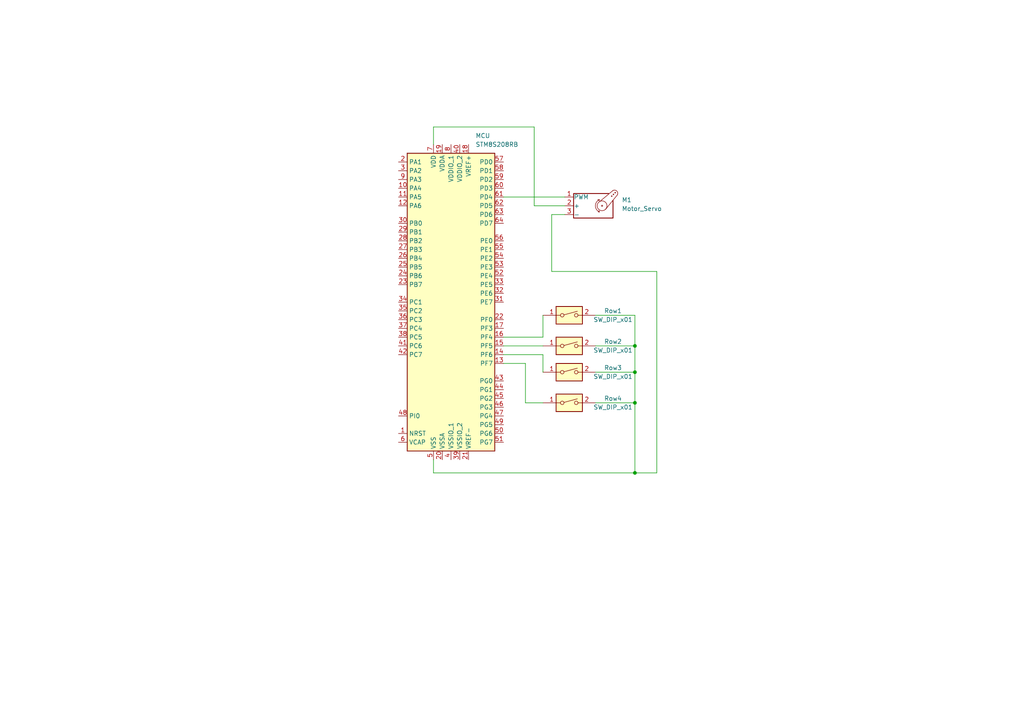
<source format=kicad_sch>
(kicad_sch (version 20211123) (generator eeschema)
  (paper "A4")
  (lib_symbols
    (symbol "MCU_ST_STM8:STM8S208RB"
      (property "Reference" "U" (at 13.97 48.26 0))
      (property "Value" "STM8S208RB" (at 13.97 45.72 0))
      (symbol "STM8S208RB_0_1"
        (rectangle (start 12.7 43.18) (end -12.7 -43.18) (stroke (width 0.254)) (fill (type background)))
      )
      (symbol "STM8S208RB_1_1"
        (pin input line (at -15.24 -38.1 0) (length 2.54) (name "NRST") (number "1"))
        (pin bidirectional line (at -15.24 33.02 0) (length 2.54) (name "PA4") (number "10"))
        (pin bidirectional line (at -15.24 30.48 0) (length 2.54) (name "PA5") (number "11"))
        (pin bidirectional line (at -15.24 27.94 0) (length 2.54) (name "PA6") (number "12"))
        (pin bidirectional line (at 15.24 -17.78 180) (length 2.54) (name "PF7") (number "13"))
        (pin bidirectional line (at 15.24 -15.24 180) (length 2.54) (name "PF6") (number "14"))
        (pin bidirectional line (at 15.24 -12.7 180) (length 2.54) (name "PF5") (number "15"))
        (pin bidirectional line (at 15.24 -10.16 180) (length 2.54) (name "PF4") (number "16"))
        (pin bidirectional line (at 15.24 -7.62 180) (length 2.54) (name "PF3") (number "17"))
        (pin power_in line (at 5.08 45.72 270) (length 2.54) (name "VREF+") (number "18"))
        (pin power_in line (at -2.54 45.72 270) (length 2.54) (name "VDDA") (number "19"))
        (pin bidirectional line (at -15.24 40.64 0) (length 2.54) (name "PA1") (number "2"))
        (pin power_in line (at -2.54 -45.72 90) (length 2.54) (name "VSSA") (number "20"))
        (pin power_in line (at 5.08 -45.72 90) (length 2.54) (name "VREF-") (number "21"))
        (pin bidirectional line (at 15.24 -5.08 180) (length 2.54) (name "PF0") (number "22"))
        (pin bidirectional line (at -15.24 5.08 0) (length 2.54) (name "PB7") (number "23"))
        (pin bidirectional line (at -15.24 7.62 0) (length 2.54) (name "PB6") (number "24"))
        (pin bidirectional line (at -15.24 10.16 0) (length 2.54) (name "PB5") (number "25"))
        (pin bidirectional line (at -15.24 12.7 0) (length 2.54) (name "PB4") (number "26"))
        (pin bidirectional line (at -15.24 15.24 0) (length 2.54) (name "PB3") (number "27"))
        (pin bidirectional line (at -15.24 17.78 0) (length 2.54) (name "PB2") (number "28"))
        (pin bidirectional line (at -15.24 20.32 0) (length 2.54) (name "PB1") (number "29"))
        (pin bidirectional line (at -15.24 38.1 0) (length 2.54) (name "PA2") (number "3"))
        (pin bidirectional line (at -15.24 22.86 0) (length 2.54) (name "PB0") (number "30"))
        (pin bidirectional line (at 15.24 0 180) (length 2.54) (name "PE7") (number "31"))
        (pin bidirectional line (at 15.24 2.54 180) (length 2.54) (name "PE6") (number "32"))
        (pin bidirectional line (at 15.24 5.08 180) (length 2.54) (name "PE5") (number "33"))
        (pin bidirectional line (at -15.24 0 0) (length 2.54) (name "PC1") (number "34"))
        (pin bidirectional line (at -15.24 -2.54 0) (length 2.54) (name "PC2") (number "35"))
        (pin bidirectional line (at -15.24 -5.08 0) (length 2.54) (name "PC3") (number "36"))
        (pin bidirectional line (at -15.24 -7.62 0) (length 2.54) (name "PC4") (number "37"))
        (pin bidirectional line (at -15.24 -10.16 0) (length 2.54) (name "PC5") (number "38"))
        (pin power_in line (at 2.54 -45.72 90) (length 2.54) (name "VSSIO_2") (number "39"))
        (pin power_in line (at 0 -45.72 90) (length 2.54) (name "VSSIO_1") (number "4"))
        (pin power_in line (at 2.54 45.72 270) (length 2.54) (name "VDDIO_2") (number "40"))
        (pin bidirectional line (at -15.24 -12.7 0) (length 2.54) (name "PC6") (number "41"))
        (pin bidirectional line (at -15.24 -15.24 0) (length 2.54) (name "PC7") (number "42"))
        (pin bidirectional line (at 15.24 -22.86 180) (length 2.54) (name "PG0") (number "43"))
        (pin bidirectional line (at 15.24 -25.4 180) (length 2.54) (name "PG1") (number "44"))
        (pin bidirectional line (at 15.24 -27.94 180) (length 2.54) (name "PG2") (number "45"))
        (pin bidirectional line (at 15.24 -30.48 180) (length 2.54) (name "PG3") (number "46"))
        (pin bidirectional line (at 15.24 -33.02 180) (length 2.54) (name "PG4") (number "47"))
        (pin bidirectional line (at -15.24 -33.02 0) (length 2.54) (name "PI0") (number "48"))
        (pin bidirectional line (at 15.24 -35.56 180) (length 2.54) (name "PG5") (number "49"))
        (pin power_in line (at -5.08 -45.72 90) (length 2.54) (name "VSS") (number "5"))
        (pin bidirectional line (at 15.24 -38.1 180) (length 2.54) (name "PG6") (number "50"))
        (pin bidirectional line (at 15.24 -40.64 180) (length 2.54) (name "PG7") (number "51"))
        (pin bidirectional line (at 15.24 7.62 180) (length 2.54) (name "PE4") (number "52"))
        (pin bidirectional line (at 15.24 10.16 180) (length 2.54) (name "PE3") (number "53"))
        (pin bidirectional line (at 15.24 12.7 180) (length 2.54) (name "PE2") (number "54"))
        (pin bidirectional line (at 15.24 15.24 180) (length 2.54) (name "PE1") (number "55"))
        (pin bidirectional line (at 15.24 17.78 180) (length 2.54) (name "PE0") (number "56"))
        (pin bidirectional line (at 15.24 40.64 180) (length 2.54) (name "PD0") (number "57"))
        (pin bidirectional line (at 15.24 38.1 180) (length 2.54) (name "PD1") (number "58"))
        (pin bidirectional line (at 15.24 35.56 180) (length 2.54) (name "PD2") (number "59"))
        (pin input line (at -15.24 -40.64 0) (length 2.54) (name "VCAP") (number "6"))
        (pin bidirectional line (at 15.24 33.02 180) (length 2.54) (name "PD3") (number "60"))
        (pin bidirectional line (at 15.24 30.48 180) (length 2.54) (name "PD4") (number "61"))
        (pin bidirectional line (at 15.24 27.94 180) (length 2.54) (name "PD5") (number "62"))
        (pin bidirectional line (at 15.24 25.4 180) (length 2.54) (name "PD6") (number "63"))
        (pin bidirectional line (at 15.24 22.86 180) (length 2.54) (name "PD7") (number "64"))
        (pin power_in line (at -5.08 45.72 270) (length 2.54) (name "VDD") (number "7"))
        (pin power_in line (at 0 45.72 270) (length 2.54) (name "VDDIO_1") (number "8"))
        (pin bidirectional line (at -15.24 35.56 0) (length 2.54) (name "PA3") (number "9"))
      )
    )
    (symbol "Motor:Motor_Servo" (pin_names (offset 0.0254))
      (property "Reference" "M" (at -5.08 4.445 0))
      (property "Value" "Motor_Servo" (at -5.08 -4.064 0))
      (symbol "Motor_Servo_0_1"
        (polyline (pts (xy 2.413 -1.778) (xy 2.032 -1.778)))
        (polyline (pts (xy 2.413 -1.778) (xy 2.286 -1.397)))
        (polyline (pts (xy 2.413 1.778) (xy 1.905 1.778)))
        (polyline (pts (xy 2.413 1.778) (xy 2.286 1.397)))
        (polyline (pts (xy 6.35 4.445) (xy 2.54 1.27)))
        (polyline (pts (xy 7.62 3.175) (xy 4.191 -1.016)))
        (polyline (pts (xy 5.08 3.556) (xy -5.08 3.556) (xy -5.08 -3.556) (xy 6.35 -3.556) (xy 6.35 1.524)) (stroke (width 0.254)))
        (arc (start 2.413 1.778) (mid 1.2406 0) (end 2.413 -1.778))
        (circle (center 3.175 0) (radius 0.1778))
        (circle (center 3.175 0) (radius 1.4224))
        (circle (center 5.969 2.794) (radius 0.127))
        (circle (center 6.477 3.302) (radius 0.127))
        (circle (center 6.985 3.81) (radius 0.127))
        (arc (start 7.62 3.175) (mid 7.4485 4.2735) (end 6.35 4.445))
      )
      (symbol "Motor_Servo_1_1"
        (pin passive line (at -7.62 2.54 0) (length 2.54) (name "PWM") (number "1"))
        (pin passive line (at -7.62 0 0) (length 2.54) (name "+") (number "2"))
        (pin passive line (at -7.62 -2.54 0) (length 2.54) (name "-") (number "3"))
      )
    )
    (symbol "Switch:SW_DIP_x01" (pin_names (offset 0) hide)
      (property "Reference" "SW" (at 0 3.81 0))
      (property "Value" "SW_DIP_x01" (at 0 -3.81 0))
      (symbol "SW_DIP_x01_0_0"
        (circle (center -2.032 0) (radius 0.508))
        (polyline (pts (xy -1.524 0.127) (xy 2.3622 1.1684)))
        (circle (center 2.032 0) (radius 0.508))
      )
      (symbol "SW_DIP_x01_0_1"
        (rectangle (start -3.81 2.54) (end 3.81 -2.54) (stroke (width 0.254)) (fill (type background)))
      )
      (symbol "SW_DIP_x01_1_1"
        (pin passive line (at -7.62 0 0) (length 5.08) (name "~") (number "1"))
        (pin passive line (at 7.62 0 180) (length 5.08) (name "~") (number "2"))
      )
    )
  )
  (junction (at 184.15 116.84))
  (junction (at 184.15 100.33))
  (junction (at 184.15 137.16))
  (junction (at 184.15 107.95))
  (wire (pts (xy 172.72 100.33) (xy 184.15 100.33)))
  (wire (pts (xy 154.94 59.69) (xy 154.94 36.83)))
  (wire (pts (xy 157.48 91.44) (xy 157.48 97.79)))
  (wire (pts (xy 184.15 107.95) (xy 184.15 116.84)))
  (wire (pts (xy 172.72 91.44) (xy 184.15 91.44)))
  (wire (pts (xy 146.05 105.41) (xy 152.4 105.41)))
  (wire (pts (xy 157.48 116.84) (xy 152.4 116.84)))
  (wire (pts (xy 190.5 137.16) (xy 184.15 137.16)))
  (wire (pts (xy 146.05 102.87) (xy 157.48 102.87)))
  (wire (pts (xy 160.02 78.74) (xy 190.5 78.74)))
  (wire (pts (xy 163.83 62.23) (xy 160.02 62.23)))
  (wire (pts (xy 184.15 116.84) (xy 184.15 137.16)))
  (wire (pts (xy 172.72 116.84) (xy 184.15 116.84)))
  (wire (pts (xy 125.73 133.35) (xy 125.73 137.16)))
  (wire (pts (xy 152.4 105.41) (xy 152.4 116.84)))
  (wire (pts (xy 125.73 137.16) (xy 184.15 137.16)))
  (wire (pts (xy 184.15 100.33) (xy 184.15 107.95)))
  (wire (pts (xy 157.48 107.95) (xy 157.48 102.87)))
  (wire (pts (xy 146.05 100.33) (xy 157.48 100.33)))
  (wire (pts (xy 154.94 36.83) (xy 125.73 36.83)))
  (wire (pts (xy 160.02 62.23) (xy 160.02 78.74)))
  (wire (pts (xy 125.73 36.83) (xy 125.73 41.91)))
  (wire (pts (xy 184.15 91.44) (xy 184.15 100.33)))
  (wire (pts (xy 146.05 97.79) (xy 157.48 97.79)))
  (wire (pts (xy 172.72 107.95) (xy 184.15 107.95)))
  (wire (pts (xy 190.5 78.74) (xy 190.5 137.16)))
  (wire (pts (xy 146.05 57.15) (xy 163.83 57.15)))
  (wire (pts (xy 163.83 59.69) (xy 154.94 59.69)))
  (symbol (lib_id "Switch:SW_DIP_x01") (at 165.1 100.33 0) (unit 1)
    (property "Reference" "Row2" (at 177.8 99.06 0))
    (property "Value" "SW_DIP_x01" (at 177.8 101.6 0))
  )
  (symbol (lib_id "Switch:SW_DIP_x01") (at 165.1 116.84 0) (unit 1)
    (property "Reference" "Row4" (at 177.8 115.57 0))
    (property "Value" "SW_DIP_x01" (at 177.8 118.11 0))
  )
  (symbol (lib_id "MCU_ST_STM8:STM8S208RB") (at 130.81 87.63 0) (unit 1)
    (property "Reference" "MCU" (at 137.9094 39.37 0) (effects (justify left)))
    (property "Value" "STM8S208RB" (at 137.9094 41.91 0) (effects (justify left)))
    (property "Footprint" "Package_QFP:LQFP-64_10x10mm_P0.5mm" (effects hide))
    (property "Datasheet" "https://www.st.com/resource/en/datasheet/stm8s208rb.pdf" (effects hide))
  )
  (symbol (lib_id "Switch:SW_DIP_x01") (at 165.1 91.44 0) (unit 1)
    (property "Reference" "Row1" (at 177.8 90.17 0))
    (property "Value" "SW_DIP_x01" (at 177.8 92.71 0))
  )
  (symbol (lib_id "Motor:Motor_Servo") (at 171.45 59.69 0) (unit 1)
    (property "Reference" "M1" (at 180.34 57.9865 0) (effects (justify left)))
    (property "Value" "Motor_Servo" (at 180.34 60.5265 0) (effects (justify left)))
    (property "Datasheet" "http://forums.parallax.com/uploads/attachments/46831/74481.png" (effects hide))
  )
  (symbol (lib_id "Switch:SW_DIP_x01") (at 165.1 107.95 0) (unit 1)
    (property "Reference" "Row3" (at 177.8 106.68 0))
    (property "Value" "SW_DIP_x01" (at 177.8 109.22 0))
  )
)
</source>
